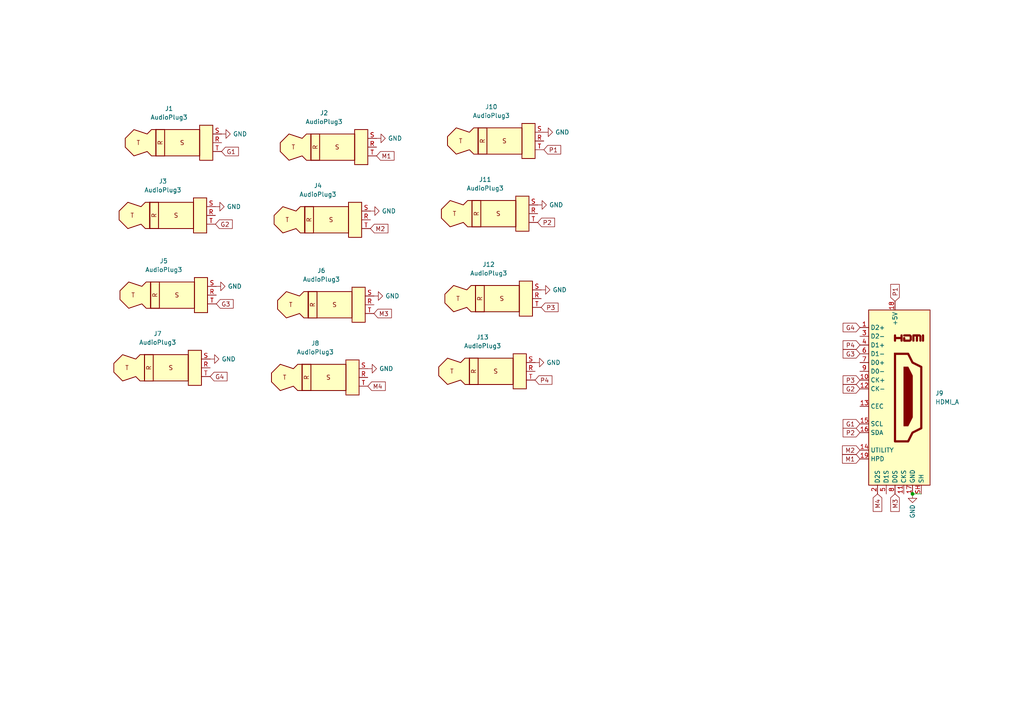
<source format=kicad_sch>
(kicad_sch (version 20230121) (generator eeschema)
  (paper "A4")
  (lib_symbols
    (symbol "Connector:HDMI_A"
      (property "Reference" "J" (at -6.35 26.67 0))
      (property "Value" "HDMI_A" (at 10.16 26.67 0))
      (symbol "HDMI_A_0_0"
        (polyline (pts (xy 8.128 16.51) (xy 8.128 18.034)) (stroke (width 0.635)))
        (polyline (pts (xy 0 16.51) (xy 0 18.034) (xy 0 17.272) (xy 1.905 17.272) (xy 1.905 18.034) (xy 1.905 16.51)) (stroke (width 0.635)))
        (polyline (pts (xy 2.667 18.034) (xy 4.318 18.034) (xy 4.572 17.78) (xy 4.572 16.764) (xy 4.318 16.51) (xy 2.667 16.51) (xy 2.667 17.272)) (stroke (width 0.635)))
      )
      (symbol "HDMI_A_0_1"
        (rectangle (start -7.62 25.4) (end 10.16 -25.4) (stroke (width 0.254)) (fill (type background)))
        (polyline (pts (xy 2.54 8.89) (xy 3.81 8.89) (xy 5.08 6.35) (xy 5.08 -5.715) (xy 3.81 -8.255) (xy 2.54 -8.255) (xy 2.54 8.89)) (fill (type outline)))
        (polyline (pts (xy 5.334 16.51) (xy 5.334 18.034) (xy 6.35 18.034) (xy 6.35 16.51) (xy 6.35 18.034) (xy 7.112 18.034) (xy 7.366 17.78) (xy 7.366 16.51)) (stroke (width 0.635)))
        (polyline (pts (xy 0 12.7) (xy 0 -12.7) (xy 3.81 -12.7) (xy 5.08 -10.16) (xy 7.62 -8.89) (xy 7.62 8.89) (xy 5.08 10.16) (xy 3.81 12.7) (xy 0 12.7)) (stroke (width 0.635)))
      )
      (symbol "HDMI_A_1_1"
        (pin passive line (at -10.16 20.32 0) (length 2.54) (name "D2+") (number "1"))
        (pin passive line (at -10.16 5.08 0) (length 2.54) (name "CK+") (number "10"))
        (pin power_in line (at 2.54 -27.94 90) (length 2.54) (name "CKS") (number "11"))
        (pin passive line (at -10.16 2.54 0) (length 2.54) (name "CK-") (number "12"))
        (pin bidirectional line (at -10.16 -2.54 0) (length 2.54) (name "CEC") (number "13"))
        (pin passive line (at -10.16 -15.24 0) (length 2.54) (name "UTILITY") (number "14"))
        (pin passive line (at -10.16 -7.62 0) (length 2.54) (name "SCL") (number "15"))
        (pin bidirectional line (at -10.16 -10.16 0) (length 2.54) (name "SDA") (number "16"))
        (pin power_in line (at 5.08 -27.94 90) (length 2.54) (name "GND") (number "17"))
        (pin power_in line (at 0 27.94 270) (length 2.54) (name "+5V") (number "18"))
        (pin passive line (at -10.16 -17.78 0) (length 2.54) (name "HPD") (number "19"))
        (pin power_in line (at -5.08 -27.94 90) (length 2.54) (name "D2S") (number "2"))
        (pin passive line (at -10.16 17.78 0) (length 2.54) (name "D2-") (number "3"))
        (pin passive line (at -10.16 15.24 0) (length 2.54) (name "D1+") (number "4"))
        (pin power_in line (at -2.54 -27.94 90) (length 2.54) (name "D1S") (number "5"))
        (pin passive line (at -10.16 12.7 0) (length 2.54) (name "D1-") (number "6"))
        (pin passive line (at -10.16 10.16 0) (length 2.54) (name "D0+") (number "7"))
        (pin power_in line (at 0 -27.94 90) (length 2.54) (name "D0S") (number "8"))
        (pin passive line (at -10.16 7.62 0) (length 2.54) (name "D0-") (number "9"))
        (pin passive line (at 7.62 -27.94 90) (length 2.54) (name "SH") (number "SH"))
      )
    )
    (symbol "Connector_Audio:AudioPlug3"
      (property "Reference" "J" (at 1.27 6.35 0))
      (property "Value" "AudioPlug3" (at 1.27 -6.35 0))
      (symbol "AudioPlug3_0_0"
        (text "R" (at -2.54 0 900) (effects (font (size 1.27 1.27))))
      )
      (symbol "AudioPlug3_0_1"
        (rectangle (start -3.81 3.81) (end -1.27 -3.81) (stroke (width 0.254)))
        (rectangle (start -1.27 -1.27) (end -1.27 -1.27))
      )
      (symbol "AudioPlug3_1_0"
        (text "S" (at 3.81 0 0) (effects (font (size 1.27 1.27))))
        (text "T" (at -8.89 0 0) (effects (font (size 1.27 1.27))))
      )
      (symbol "AudioPlug3_1_1"
        (rectangle (start -3.81 3.81) (end 8.89 -3.81) (stroke (width 0.254)) (fill (type background)))
        (polyline (pts (xy -3.81 3.81) (xy -5.08 3.81) (xy -6.35 2.54) (xy -10.16 3.81) (xy -12.7 1.27) (xy -12.7 -1.27) (xy -10.16 -3.81) (xy -6.35 -2.54) (xy -5.08 -3.81) (xy -3.81 -3.81) (xy -3.81 3.81)) (stroke (width 0.254)) (fill (type background)))
        (rectangle (start 12.7 5.08) (end 8.89 -5.08) (stroke (width 0.254)) (fill (type background)))
        (pin passive line (at 15.24 0 180) (length 2.54) (name "~") (number "R"))
        (pin passive line (at 15.24 2.54 180) (length 2.54) (name "~") (number "S"))
        (pin passive line (at 15.24 -2.54 180) (length 2.54) (name "~") (number "T"))
      )
    )
    (symbol "power:GND" (power) (pin_names (offset 0))
      (property "Value" "GND" (at 0 -3.81 0))
      (symbol "GND_0_1"
        (polyline (pts (xy 0 0) (xy 0 -1.27) (xy 1.27 -1.27) (xy 0 -2.54) (xy -1.27 -1.27) (xy 0 -1.27)))
      )
      (symbol "GND_1_1"
        (pin power_in line (at 0 0 270) (length 0) hide (name "GND") (number "1"))
      )
    )
  )
  (junction (at 264.668 143.256))
  (wire (pts (xy 264.668 143.256) (xy 267.208 143.256)))
  (global_label "G4" (shape input) (at 249.428 94.996 180) (property "Intersheetrefs" "${INTERSHEET_REFS}" (effects hide)))
  (global_label "P2" (shape input) (at 155.956 64.516 0) (property "Intersheetrefs" "${INTERSHEET_REFS}" (effects hide)))
  (global_label "M2" (shape input) (at 107.442 66.294 0) (property "Intersheetrefs" "${INTERSHEET_REFS}" (effects hide)))
  (global_label "P4" (shape input) (at 155.194 110.236 0) (property "Intersheetrefs" "${INTERSHEET_REFS}" (effects hide)))
  (global_label "M4" (shape input) (at 254.508 143.256 270) (property "Intersheetrefs" "${INTERSHEET_REFS}" (effects hide)))
  (global_label "P1" (shape input) (at 157.734 43.434 0) (property "Intersheetrefs" "${INTERSHEET_REFS}" (effects hide)))
  (global_label "M1" (shape input) (at 249.428 133.096 180) (property "Intersheetrefs" "${INTERSHEET_REFS}" (effects hide)))
  (global_label "G3" (shape input) (at 62.738 88.138 0) (property "Intersheetrefs" "${INTERSHEET_REFS}" (effects hide)))
  (global_label "P3" (shape input) (at 249.428 110.236 180) (property "Intersheetrefs" "${INTERSHEET_REFS}" (effects hide)))
  (global_label "G4" (shape input) (at 60.96 109.22 0) (property "Intersheetrefs" "${INTERSHEET_REFS}" (effects hide)))
  (global_label "P2" (shape input) (at 249.428 125.476 180) (property "Intersheetrefs" "${INTERSHEET_REFS}" (effects hide)))
  (global_label "P4" (shape input) (at 249.428 100.076 180) (property "Intersheetrefs" "${INTERSHEET_REFS}" (effects hide)))
  (global_label "P1" (shape input) (at 259.588 87.376 90) (property "Intersheetrefs" "${INTERSHEET_REFS}" (effects hide)))
  (global_label "M4" (shape input) (at 106.68 112.014 0) (property "Intersheetrefs" "${INTERSHEET_REFS}" (effects hide)))
  (global_label "P3" (shape input) (at 156.972 89.154 0) (property "Intersheetrefs" "${INTERSHEET_REFS}" (effects hide)))
  (global_label "G2" (shape input) (at 249.428 112.776 180) (property "Intersheetrefs" "${INTERSHEET_REFS}" (effects hide)))
  (global_label "M3" (shape input) (at 259.588 143.256 270) (property "Intersheetrefs" "${INTERSHEET_REFS}" (effects hide)))
  (global_label "G2" (shape input) (at 62.484 65.024 0) (property "Intersheetrefs" "${INTERSHEET_REFS}" (effects hide)))
  (global_label "G3" (shape input) (at 249.428 102.616 180) (property "Intersheetrefs" "${INTERSHEET_REFS}" (effects hide)))
  (global_label "G1" (shape input) (at 249.428 122.936 180) (property "Intersheetrefs" "${INTERSHEET_REFS}" (effects hide)))
  (global_label "M1" (shape input) (at 109.22 45.212 0) (property "Intersheetrefs" "${INTERSHEET_REFS}" (effects hide)))
  (global_label "G1" (shape input) (at 64.262 43.942 0) (property "Intersheetrefs" "${INTERSHEET_REFS}" (effects hide)))
  (global_label "M3" (shape input) (at 108.458 90.932 0) (property "Intersheetrefs" "${INTERSHEET_REFS}" (effects hide)))
  (global_label "M2" (shape input) (at 249.428 130.556 180) (property "Intersheetrefs" "${INTERSHEET_REFS}" (effects hide)))
  (symbol (lib_id "power:GND") (at 106.68 106.934 90) (unit 1)
    (property "Reference" "#PWR08" (effects hide))
    (property "Value" "GND" (at 109.982 106.934 90) (effects (justify right)))
  )
  (symbol (lib_id "Connector_Audio:AudioPlug3") (at 139.954 107.696 0) (unit 1)
    (property "Reference" "J13" (at 139.954 97.79 0))
    (property "Value" "AudioPlug3" (at 139.954 100.33 0))
    (property "Footprint" "footprints:CUI_SP-3533-02" (effects hide))
  )
  (symbol (lib_id "power:GND") (at 64.262 38.862 90) (unit 1)
    (property "Reference" "#PWR01" (effects hide))
    (property "Value" "GND" (at 67.564 38.862 90) (effects (justify right)))
  )
  (symbol (lib_id "Connector_Audio:AudioPlug3") (at 49.022 41.402 0) (unit 1)
    (property "Reference" "J1" (at 49.022 31.496 0))
    (property "Value" "AudioPlug3" (at 49.022 34.036 0))
    (property "Footprint" "footprints:CUI_SP-3533-02" (effects hide))
  )
  (symbol (lib_id "power:GND") (at 107.442 61.214 90) (unit 1)
    (property "Reference" "#PWR04" (effects hide))
    (property "Value" "GND" (at 110.744 61.214 90) (effects (justify right)))
  )
  (symbol (lib_id "power:GND") (at 155.194 105.156 90) (unit 1)
    (property "Reference" "#PWR013" (effects hide))
    (property "Value" "GND" (at 158.496 105.156 90) (effects (justify right)))
  )
  (symbol (lib_id "Connector_Audio:AudioPlug3") (at 140.716 61.976 0) (unit 1)
    (property "Reference" "J11" (at 140.716 52.07 0))
    (property "Value" "AudioPlug3" (at 140.716 54.61 0))
    (property "Footprint" "footprints:CUI_SP-3533-02" (effects hide))
  )
  (symbol (lib_id "Connector_Audio:AudioPlug3") (at 93.98 42.672 0) (unit 1)
    (property "Reference" "J2" (at 93.98 32.766 0))
    (property "Value" "AudioPlug3" (at 93.98 35.306 0))
    (property "Footprint" "footprints:CUI_SP-3533-02" (effects hide))
  )
  (symbol (lib_id "power:GND") (at 60.96 104.14 90) (unit 1)
    (property "Reference" "#PWR07" (effects hide))
    (property "Value" "GND" (at 64.262 104.14 90) (effects (justify right)))
  )
  (symbol (lib_id "power:GND") (at 155.956 59.436 90) (unit 1)
    (property "Reference" "#PWR011" (effects hide))
    (property "Value" "GND" (at 159.258 59.436 90) (effects (justify right)))
  )
  (symbol (lib_id "power:GND") (at 264.668 143.256 0) (unit 1)
    (property "Reference" "#PWR09" (effects hide))
    (property "Value" "GND" (at 264.668 148.336 90))
  )
  (symbol (lib_id "Connector_Audio:AudioPlug3") (at 93.218 88.392 0) (unit 1)
    (property "Reference" "J6" (at 93.218 78.486 0))
    (property "Value" "AudioPlug3" (at 93.218 81.026 0))
    (property "Footprint" "footprints:CUI_SP-3533-02" (effects hide))
  )
  (symbol (lib_id "Connector_Audio:AudioPlug3") (at 141.732 86.614 0) (unit 1)
    (property "Reference" "J12" (at 141.732 76.708 0))
    (property "Value" "AudioPlug3" (at 141.732 79.248 0))
    (property "Footprint" "footprints:CUI_SP-3533-02" (effects hide))
  )
  (symbol (lib_id "Connector_Audio:AudioPlug3") (at 91.44 109.474 0) (unit 1)
    (property "Reference" "J8" (at 91.44 99.568 0))
    (property "Value" "AudioPlug3" (at 91.44 102.108 0))
    (property "Footprint" "footprints:CUI_SP-3533-02" (effects hide))
  )
  (symbol (lib_id "Connector_Audio:AudioPlug3") (at 47.498 85.598 0) (unit 1)
    (property "Reference" "J5" (at 47.498 75.692 0))
    (property "Value" "AudioPlug3" (at 47.498 78.232 0))
    (property "Footprint" "footprints:CUI_SP-3533-02" (effects hide))
  )
  (symbol (lib_id "power:GND") (at 108.458 85.852 90) (unit 1)
    (property "Reference" "#PWR06" (effects hide))
    (property "Value" "GND" (at 111.76 85.852 90) (effects (justify right)))
  )
  (symbol (lib_id "power:GND") (at 62.738 83.058 90) (unit 1)
    (property "Reference" "#PWR05" (effects hide))
    (property "Value" "GND" (at 66.04 83.058 90) (effects (justify right)))
  )
  (symbol (lib_id "power:GND") (at 62.484 59.944 90) (unit 1)
    (property "Reference" "#PWR03" (effects hide))
    (property "Value" "GND" (at 65.786 59.944 90) (effects (justify right)))
  )
  (symbol (lib_id "power:GND") (at 156.972 84.074 90) (unit 1)
    (property "Reference" "#PWR012" (effects hide))
    (property "Value" "GND" (at 160.274 84.074 90) (effects (justify right)))
  )
  (symbol (lib_id "Connector_Audio:AudioPlug3") (at 92.202 63.754 0) (unit 1)
    (property "Reference" "J4" (at 92.202 53.848 0))
    (property "Value" "AudioPlug3" (at 92.202 56.388 0))
    (property "Footprint" "footprints:CUI_SP-3533-02" (effects hide))
  )
  (symbol (lib_id "Connector:HDMI_A") (at 259.588 115.316 0) (unit 1)
    (property "Reference" "J9" (at 271.272 114.046 0) (effects (justify left)))
    (property "Value" "HDMI_A" (at 271.272 116.586 0) (effects (justify left)))
    (property "Footprint" "Connector_HDMI:HDMI_A_Kycon_KDMIX-SL1-NS-WS-B15_VerticalRightAngle" (effects hide))
    (property "Datasheet" "https://en.wikipedia.org/wiki/HDMI" (effects hide))
  )
  (symbol (lib_id "Connector_Audio:AudioPlug3") (at 142.494 40.894 0) (unit 1)
    (property "Reference" "J10" (at 142.494 30.988 0))
    (property "Value" "AudioPlug3" (at 142.494 33.528 0))
    (property "Footprint" "footprints:CUI_SP-3533-02" (effects hide))
  )
  (symbol (lib_id "Connector_Audio:AudioPlug3") (at 45.72 106.68 0) (unit 1)
    (property "Reference" "J7" (at 45.72 96.774 0))
    (property "Value" "AudioPlug3" (at 45.72 99.314 0))
    (property "Footprint" "footprints:CUI_SP-3533-02" (effects hide))
  )
  (symbol (lib_id "power:GND") (at 157.734 38.354 90) (unit 1)
    (property "Reference" "#PWR010" (effects hide))
    (property "Value" "GND" (at 161.036 38.354 90) (effects (justify right)))
  )
  (symbol (lib_id "power:GND") (at 109.22 40.132 90) (unit 1)
    (property "Reference" "#PWR02" (effects hide))
    (property "Value" "GND" (at 112.522 40.132 90) (effects (justify right)))
  )
  (symbol (lib_id "Connector_Audio:AudioPlug3") (at 47.244 62.484 0) (unit 1)
    (property "Reference" "J3" (at 47.244 52.578 0))
    (property "Value" "AudioPlug3" (at 47.244 55.118 0))
    (property "Footprint" "footprints:CUI_SP-3533-02" (effects hide))
  )
)
</source>
